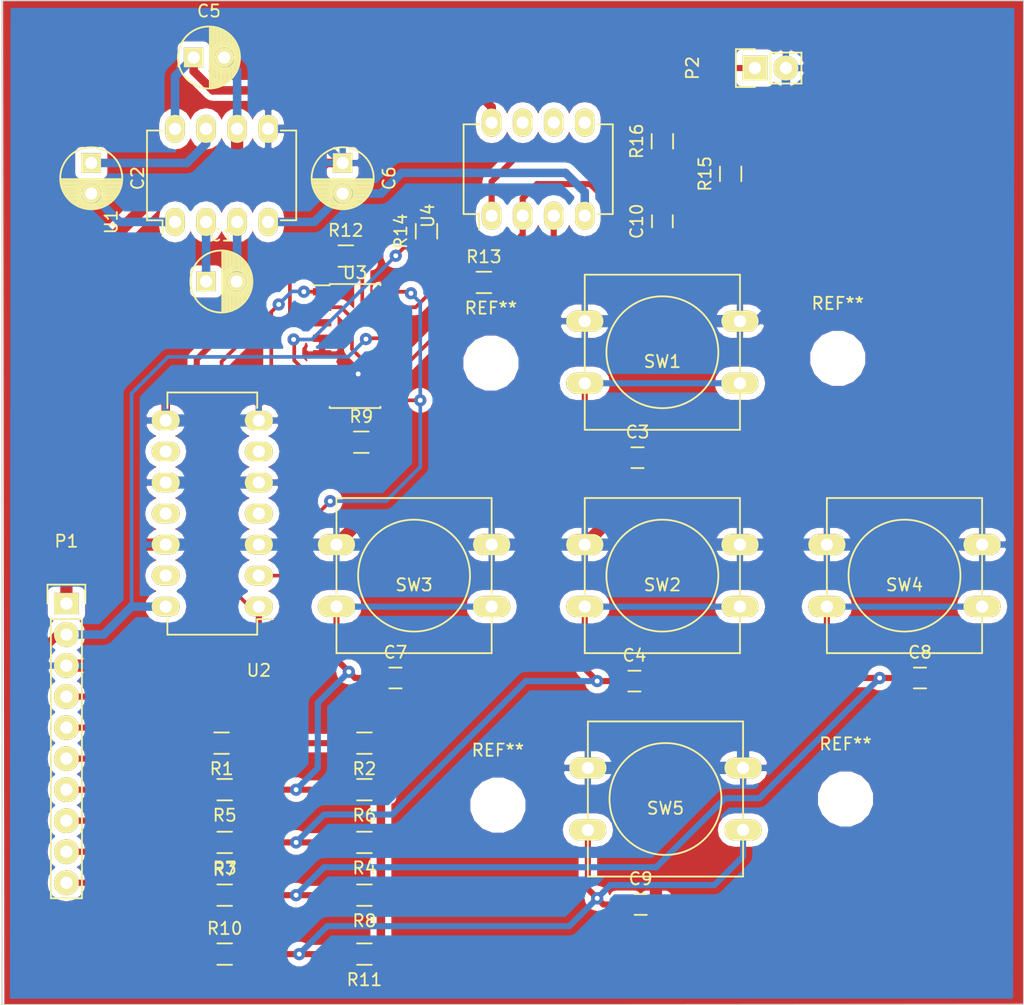
<source format=kicad_pcb>
(kicad_pcb (version 4) (host pcbnew 4.0.2-stable)
  (layers (0 F.Cu signal) (31 B.Cu signal) (34 B.Paste user) (35 F.Paste user) (36 B.SilkS user) (37 F.SilkS user) (38 B.Mask user) (39 F.Mask user) (44 Edge.Cuts user))
  (net 0 "")
  (net 1 "Net-(C1-Pad1)")
  (net 2 "Net-(C1-Pad2)")
  (net 3 "Net-(C2-Pad1)")
  (net 4 "Net-(C2-Pad2)")
  (net 5 "Net-(C3-Pad1)")
  (net 6 GND)
  (net 7 "Net-(C4-Pad1)")
  (net 8 10V)
  (net 9 +5V)
  (net 10 -10V)
  (net 11 "Net-(C7-Pad1)")
  (net 12 "Net-(C8-Pad1)")
  (net 13 "Net-(C9-Pad1)")
  (net 14 "Net-(C10-Pad1)")
  (net 15 "Net-(C10-Pad2)")
  (net 16 +3V3)
  (net 17 DAC)
  (net 18 GPIO5)
  (net 19 GPIO0)
  (net 20 GPIO1)
  (net 21 GPIO2)
  (net 22 GPIO3)
  (net 23 GPIO4)
  (net 24 "Net-(P2-Pad1)")
  (net 25 "Net-(R9-Pad1)")
  (net 26 "Net-(R12-Pad2)")
  (net 27 "Net-(R13-Pad1)")
  (net 28 "Net-(R13-Pad2)")
  (net 29 "Net-(R14-Pad1)")
  (net 30 "Net-(U2-Pad2)")
  (net 31 "Net-(U2-Pad4)")
  (net 32 "Net-(U2-Pad6)")
  (net 33 "Net-(U2-Pad9)")
  (net 34 "Net-(U2-Pad11)")
  (net 35 "Net-(U2-Pad13)")
  (module Capacitors_ThroughHole:C_Radial_D5_L11_P2.5 (layer F.Cu) (at 174.498 75.9968)
    (fp_text reference C1 (at 1.25 -3.8) (layer F.SilkS))
    (fp_text value 22uf)
    (pad 1 thru_hole rect (at 0 0) (size 1.6 1.6) (drill 1) (layers *.Cu *.Mask F.SilkS) (net 1 "Net-(C1-Pad1)"))
    (pad 2 thru_hole circle (at 2.5 0) (size 1.6 1.6) (drill 1) (layers *.Cu *.Mask F.SilkS) (net 2 "Net-(C1-Pad2)"))
  )
  (module Capacitors_ThroughHole:C_Radial_D5_L11_P2.5 (layer F.Cu) (at 165.1 66.294 270)
    (fp_text reference C2 (at 1.25 -3.8 270) (layer F.SilkS))
    (fp_text value 22uF)
    (pad 1 thru_hole rect (at 0 0 270) (size 1.6 1.6) (drill 1) (layers *.Cu *.Mask F.SilkS) (net 3 "Net-(C2-Pad1)"))
    (pad 2 thru_hole circle (at 2.5 0 270) (size 1.6 1.6) (drill 1) (layers *.Cu *.Mask F.SilkS) (net 4 "Net-(C2-Pad2)"))
  )
  (module Capacitors_SMD:C_0805_HandSoldering (layer F.Cu) (at 209.804 90.424)
    (fp_text reference C3 (at 0 -2.1) (layer F.SilkS))
    (fp_text value 100nF)
    (pad 1 smd rect (at -1.25 0) (size 1.5 1.25) (layers F.Cu F.Paste F.Mask) (net 5 "Net-(C3-Pad1)"))
    (pad 2 smd rect (at 1.25 0) (size 1.5 1.25) (layers F.Cu F.Paste F.Mask) (net 6 GND))
  )
  (module Capacitors_SMD:C_0805_HandSoldering (layer F.Cu) (at 209.55 108.712)
    (fp_text reference C4 (at 0 -2.1) (layer F.SilkS))
    (fp_text value 100nF)
    (pad 1 smd rect (at -1.25 0) (size 1.5 1.25) (layers F.Cu F.Paste F.Mask) (net 7 "Net-(C4-Pad1)"))
    (pad 2 smd rect (at 1.25 0) (size 1.5 1.25) (layers F.Cu F.Paste F.Mask) (net 6 GND))
  )
  (module Capacitors_ThroughHole:C_Radial_D5_L11_P2.5 (layer F.Cu) (at 173.482 57.658)
    (fp_text reference C5 (at 1.25 -3.8) (layer F.SilkS))
    (fp_text value 22uF)
    (pad 1 thru_hole rect (at 0 0) (size 1.6 1.6) (drill 1) (layers *.Cu *.Mask F.SilkS) (net 8 10V))
    (pad 2 thru_hole circle (at 2.5 0) (size 1.6 1.6) (drill 1) (layers *.Cu *.Mask F.SilkS) (net 9 +5V))
  )
  (module Capacitors_ThroughHole:C_Radial_D5_L11_P2.5 (layer F.Cu) (at 185.674 66.294 270)
    (fp_text reference C6 (at 1.25 -3.8 270) (layer F.SilkS))
    (fp_text value 22uF)
    (pad 1 thru_hole rect (at 0 0 270) (size 1.6 1.6) (drill 1) (layers *.Cu *.Mask F.SilkS) (net 6 GND))
    (pad 2 thru_hole circle (at 2.5 0 270) (size 1.6 1.6) (drill 1) (layers *.Cu *.Mask F.SilkS) (net 10 -10V))
  )
  (module Capacitors_SMD:C_0805_HandSoldering (layer F.Cu) (at 189.992 108.458)
    (fp_text reference C7 (at 0 -2.1) (layer F.SilkS))
    (fp_text value 100nF)
    (pad 1 smd rect (at -1.25 0) (size 1.5 1.25) (layers F.Cu F.Paste F.Mask) (net 11 "Net-(C7-Pad1)"))
    (pad 2 smd rect (at 1.25 0) (size 1.5 1.25) (layers F.Cu F.Paste F.Mask) (net 6 GND))
  )
  (module Capacitors_SMD:C_0805_HandSoldering (layer F.Cu) (at 232.918 108.458)
    (fp_text reference C8 (at 0 -2.1) (layer F.SilkS))
    (fp_text value 100nF)
    (pad 1 smd rect (at -1.25 0) (size 1.5 1.25) (layers F.Cu F.Paste F.Mask) (net 12 "Net-(C8-Pad1)"))
    (pad 2 smd rect (at 1.25 0) (size 1.5 1.25) (layers F.Cu F.Paste F.Mask) (net 6 GND))
  )
  (module Capacitors_SMD:C_0805_HandSoldering (layer F.Cu) (at 210.058 127)
    (fp_text reference C9 (at 0 -2.1) (layer F.SilkS))
    (fp_text value 100nF)
    (pad 1 smd rect (at -1.25 0) (size 1.5 1.25) (layers F.Cu F.Paste F.Mask) (net 13 "Net-(C9-Pad1)"))
    (pad 2 smd rect (at 1.25 0) (size 1.5 1.25) (layers F.Cu F.Paste F.Mask) (net 6 GND))
  )
  (module Capacitors_SMD:C_0805_HandSoldering (layer F.Cu) (at 211.836 71.0692 90)
    (fp_text reference C10 (at 0 -2.1 90) (layer F.SilkS))
    (fp_text value C)
    (pad 1 smd rect (at -1.25 0 90) (size 1.5 1.25) (layers F.Cu F.Paste F.Mask) (net 14 "Net-(C10-Pad1)"))
    (pad 2 smd rect (at 1.25 0 90) (size 1.5 1.25) (layers F.Cu F.Paste F.Mask) (net 15 "Net-(C10-Pad2)"))
  )
  (module Pin_Headers:Pin_Header_Straight_1x10 (layer F.Cu) (at 163.068 102.362)
    (fp_text reference P1 (at 0 -5.1) (layer F.SilkS))
    (fp_text value CONN_Entrada)
    (pad 1 thru_hole rect (at 0 0) (size 2.032 1.7272) (drill 1) (layers *.Cu *.Mask F.SilkS) (net 9 +5V))
    (pad 2 thru_hole oval (at 0 2.54) (size 2.032 2.032) (drill 1) (layers *.Cu *.Mask F.SilkS) (net 16 +3V3))
    (pad 3 thru_hole oval (at 0 5.08) (size 2.032 2.032) (drill 1) (layers *.Cu *.Mask F.SilkS) (net 6 GND))
    (pad 4 thru_hole oval (at 0 7.62) (size 2.032 2.032) (drill 1) (layers *.Cu *.Mask F.SilkS) (net 17 DAC))
    (pad 5 thru_hole oval (at 0 10.16) (size 2.032 2.032) (drill 1) (layers *.Cu *.Mask F.SilkS) (net 18 GPIO5))
    (pad 6 thru_hole oval (at 0 12.7) (size 2.032 2.032) (drill 1) (layers *.Cu *.Mask F.SilkS) (net 19 GPIO0))
    (pad 7 thru_hole oval (at 0 15.24) (size 2.032 2.032) (drill 1) (layers *.Cu *.Mask F.SilkS) (net 20 GPIO1))
    (pad 8 thru_hole oval (at 0 17.78) (size 2.032 2.032) (drill 1) (layers *.Cu *.Mask F.SilkS) (net 21 GPIO2))
    (pad 9 thru_hole oval (at 0 20.32) (size 2.032 2.032) (drill 1) (layers *.Cu *.Mask F.SilkS) (net 22 GPIO3))
    (pad 10 thru_hole oval (at 0 22.86) (size 2.032 2.032) (drill 1) (layers *.Cu *.Mask F.SilkS) (net 23 GPIO4))
  )
  (module Pin_Headers:Pin_Header_Straight_1x02 (layer F.Cu) (at 219.4052 58.5216 90)
    (fp_text reference P2 (at 0 -5.1 90) (layer F.SilkS))
    (fp_text value CONN_01X02)
    (pad 1 thru_hole rect (at 0 0 90) (size 2.032 2.032) (drill 1) (layers *.Cu *.Mask F.SilkS) (net 24 "Net-(P2-Pad1)"))
    (pad 2 thru_hole oval (at 0 2.54 90) (size 2.032 2.032) (drill 1) (layers *.Cu *.Mask F.SilkS) (net 6 GND))
  )
  (module Resistors_SMD:R_0805_HandSoldering (layer F.Cu) (at 175.768 113.792 180)
    (fp_text reference R1 (at 0 -2.1 180) (layer F.SilkS))
    (fp_text value 1K)
    (pad 1 smd rect (at -1.35 0 180) (size 1.5 1.3) (layers F.Cu F.Paste F.Mask) (net 5 "Net-(C3-Pad1)"))
    (pad 2 smd rect (at 1.35 0 180) (size 1.5 1.3) (layers F.Cu F.Paste F.Mask) (net 19 GPIO0))
  )
  (module Resistors_SMD:R_0805_HandSoldering (layer F.Cu) (at 187.452 113.792 180)
    (fp_text reference R2 (at 0 -2.1 180) (layer F.SilkS))
    (fp_text value 10K)
    (pad 1 smd rect (at -1.35 0 180) (size 1.5 1.3) (layers F.Cu F.Paste F.Mask) (net 16 +3V3))
    (pad 2 smd rect (at 1.35 0 180) (size 1.5 1.3) (layers F.Cu F.Paste F.Mask) (net 5 "Net-(C3-Pad1)"))
  )
  (module Resistors_SMD:R_0805_HandSoldering (layer F.Cu) (at 176.022 121.92 180)
    (fp_text reference R3 (at 0 -2.1 180) (layer F.SilkS))
    (fp_text value 1K)
    (pad 1 smd rect (at -1.35 0 180) (size 1.5 1.3) (layers F.Cu F.Paste F.Mask) (net 7 "Net-(C4-Pad1)"))
    (pad 2 smd rect (at 1.35 0 180) (size 1.5 1.3) (layers F.Cu F.Paste F.Mask) (net 21 GPIO2))
  )
  (module Resistors_SMD:R_0805_HandSoldering (layer F.Cu) (at 187.452 121.92 180)
    (fp_text reference R4 (at 0 -2.1 180) (layer F.SilkS))
    (fp_text value 10K)
    (pad 1 smd rect (at -1.35 0 180) (size 1.5 1.3) (layers F.Cu F.Paste F.Mask) (net 16 +3V3))
    (pad 2 smd rect (at 1.35 0 180) (size 1.5 1.3) (layers F.Cu F.Paste F.Mask) (net 7 "Net-(C4-Pad1)"))
  )
  (module Resistors_SMD:R_0805_HandSoldering (layer F.Cu) (at 176.022 117.602 180)
    (fp_text reference R5 (at 0 -2.1 180) (layer F.SilkS))
    (fp_text value 1K)
    (pad 1 smd rect (at -1.35 0 180) (size 1.5 1.3) (layers F.Cu F.Paste F.Mask) (net 11 "Net-(C7-Pad1)"))
    (pad 2 smd rect (at 1.35 0 180) (size 1.5 1.3) (layers F.Cu F.Paste F.Mask) (net 20 GPIO1))
  )
  (module Resistors_SMD:R_0805_HandSoldering (layer F.Cu) (at 187.452 117.602 180)
    (fp_text reference R6 (at 0 -2.1 180) (layer F.SilkS))
    (fp_text value 10K)
    (pad 1 smd rect (at -1.35 0 180) (size 1.5 1.3) (layers F.Cu F.Paste F.Mask) (net 16 +3V3))
    (pad 2 smd rect (at 1.35 0 180) (size 1.5 1.3) (layers F.Cu F.Paste F.Mask) (net 11 "Net-(C7-Pad1)"))
  )
  (module Resistors_SMD:R_0805_HandSoldering (layer F.Cu) (at 176.022 126.238)
    (fp_text reference R7 (at 0 -2.1) (layer F.SilkS))
    (fp_text value 1K)
    (pad 1 smd rect (at -1.35 0) (size 1.5 1.3) (layers F.Cu F.Paste F.Mask) (net 22 GPIO3))
    (pad 2 smd rect (at 1.35 0) (size 1.5 1.3) (layers F.Cu F.Paste F.Mask) (net 12 "Net-(C8-Pad1)"))
  )
  (module Resistors_SMD:R_0805_HandSoldering (layer F.Cu) (at 187.452 126.238 180)
    (fp_text reference R8 (at 0 -2.1 180) (layer F.SilkS))
    (fp_text value 10K)
    (pad 1 smd rect (at -1.35 0 180) (size 1.5 1.3) (layers F.Cu F.Paste F.Mask) (net 16 +3V3))
    (pad 2 smd rect (at 1.35 0 180) (size 1.5 1.3) (layers F.Cu F.Paste F.Mask) (net 12 "Net-(C8-Pad1)"))
  )
  (module Resistors_SMD:R_0805_HandSoldering (layer F.Cu) (at 187.198 89.154)
    (fp_text reference R9 (at 0 -2.1) (layer F.SilkS))
    (fp_text value R)
    (pad 1 smd rect (at -1.35 0) (size 1.5 1.3) (layers F.Cu F.Paste F.Mask) (net 25 "Net-(R9-Pad1)"))
    (pad 2 smd rect (at 1.35 0) (size 1.5 1.3) (layers F.Cu F.Paste F.Mask) (net 6 GND))
  )
  (module Resistors_SMD:R_0805_HandSoldering (layer F.Cu) (at 176.022 131.064)
    (fp_text reference R10 (at 0 -2.1) (layer F.SilkS))
    (fp_text value 1K)
    (pad 1 smd rect (at -1.35 0) (size 1.5 1.3) (layers F.Cu F.Paste F.Mask) (net 23 GPIO4))
    (pad 2 smd rect (at 1.35 0) (size 1.5 1.3) (layers F.Cu F.Paste F.Mask) (net 13 "Net-(C9-Pad1)"))
  )
  (module Resistors_SMD:R_0805_HandSoldering (layer F.Cu) (at 187.452 131.064 180)
    (fp_text reference R11 (at 0 -2.1 180) (layer F.SilkS))
    (fp_text value 10K)
    (pad 1 smd rect (at -1.35 0 180) (size 1.5 1.3) (layers F.Cu F.Paste F.Mask) (net 16 +3V3))
    (pad 2 smd rect (at 1.35 0 180) (size 1.5 1.3) (layers F.Cu F.Paste F.Mask) (net 13 "Net-(C9-Pad1)"))
  )
  (module Resistors_SMD:R_0805_HandSoldering (layer F.Cu) (at 185.928 73.914)
    (fp_text reference R12 (at 0 -2.1) (layer F.SilkS))
    (fp_text value R)
    (pad 1 smd rect (at -1.35 0) (size 1.5 1.3) (layers F.Cu F.Paste F.Mask) (net 17 DAC))
    (pad 2 smd rect (at 1.35 0) (size 1.5 1.3) (layers F.Cu F.Paste F.Mask) (net 26 "Net-(R12-Pad2)"))
  )
  (module Resistors_SMD:R_0805_HandSoldering (layer F.Cu) (at 197.231 76.073)
    (fp_text reference R13 (at 0 -2.1) (layer F.SilkS))
    (fp_text value R)
    (pad 1 smd rect (at -1.35 0) (size 1.5 1.3) (layers F.Cu F.Paste F.Mask) (net 27 "Net-(R13-Pad1)"))
    (pad 2 smd rect (at 1.35 0) (size 1.5 1.3) (layers F.Cu F.Paste F.Mask) (net 28 "Net-(R13-Pad2)"))
  )
  (module Resistors_SMD:R_0805_HandSoldering (layer F.Cu) (at 192.532 71.882 90)
    (fp_text reference R14 (at 0 -2.1 90) (layer F.SilkS))
    (fp_text value R)
    (pad 1 smd rect (at -1.35 0 90) (size 1.5 1.3) (layers F.Cu F.Paste F.Mask) (net 29 "Net-(R14-Pad1)"))
    (pad 2 smd rect (at 1.35 0 90) (size 1.5 1.3) (layers F.Cu F.Paste F.Mask) (net 14 "Net-(C10-Pad1)"))
  )
  (module Resistors_SMD:R_0805_HandSoldering (layer F.Cu) (at 217.424 67.183 90)
    (fp_text reference R15 (at 0 -2.1 90) (layer F.SilkS))
    (fp_text value R)
    (pad 1 smd rect (at -1.35 0 90) (size 1.5 1.3) (layers F.Cu F.Paste F.Mask) (net 14 "Net-(C10-Pad1)"))
    (pad 2 smd rect (at 1.35 0 90) (size 1.5 1.3) (layers F.Cu F.Paste F.Mask) (net 15 "Net-(C10-Pad2)"))
  )
  (module Resistors_SMD:R_0805_HandSoldering (layer F.Cu) (at 211.836 64.516 90)
    (fp_text reference R16 (at 0 -2.1 90) (layer F.SilkS))
    (fp_text value R)
    (pad 1 smd rect (at -1.35 0 90) (size 1.5 1.3) (layers F.Cu F.Paste F.Mask) (net 15 "Net-(C10-Pad2)"))
    (pad 2 smd rect (at 1.35 0 90) (size 1.5 1.3) (layers F.Cu F.Paste F.Mask) (net 24 "Net-(P2-Pad1)"))
  )
  (module Buttons_Switches_ThroughHole:SW_PUSH-12mm (layer F.Cu) (at 211.836 81.788 180)
    (fp_text reference SW1 (at 0 -0.762 180) (layer F.SilkS))
    (fp_text value SW_PUSH)
    (pad 1 thru_hole oval (at 6.35 -2.54 180) (size 3.048 1.7272) (drill 1) (layers *.Cu *.Mask F.SilkS) (net 5 "Net-(C3-Pad1)"))
    (pad 2 thru_hole oval (at 6.35 2.54 180) (size 3.048 1.7272) (drill 1) (layers *.Cu *.Mask F.SilkS) (net 6 GND))
    (pad 1 thru_hole oval (at -6.35 -2.54 180) (size 3.048 1.7272) (drill 1) (layers *.Cu *.Mask F.SilkS) (net 5 "Net-(C3-Pad1)"))
    (pad 2 thru_hole oval (at -6.35 2.54 180) (size 3.048 1.7272) (drill 1) (layers *.Cu *.Mask F.SilkS) (net 6 GND))
  )
  (module Buttons_Switches_ThroughHole:SW_PUSH-12mm (layer F.Cu) (at 211.836 100.076 180)
    (fp_text reference SW2 (at 0 -0.762 180) (layer F.SilkS))
    (fp_text value SW_PUSH)
    (pad 1 thru_hole oval (at 6.35 -2.54 180) (size 3.048 1.7272) (drill 1) (layers *.Cu *.Mask F.SilkS) (net 7 "Net-(C4-Pad1)"))
    (pad 2 thru_hole oval (at 6.35 2.54 180) (size 3.048 1.7272) (drill 1) (layers *.Cu *.Mask F.SilkS) (net 6 GND))
    (pad 1 thru_hole oval (at -6.35 -2.54 180) (size 3.048 1.7272) (drill 1) (layers *.Cu *.Mask F.SilkS) (net 7 "Net-(C4-Pad1)"))
    (pad 2 thru_hole oval (at -6.35 2.54 180) (size 3.048 1.7272) (drill 1) (layers *.Cu *.Mask F.SilkS) (net 6 GND))
  )
  (module Buttons_Switches_ThroughHole:SW_PUSH-12mm (layer F.Cu) (at 191.516 100.076 180)
    (fp_text reference SW3 (at 0 -0.762 180) (layer F.SilkS))
    (fp_text value SW_PUSH)
    (pad 1 thru_hole oval (at 6.35 -2.54 180) (size 3.048 1.7272) (drill 1) (layers *.Cu *.Mask F.SilkS) (net 11 "Net-(C7-Pad1)"))
    (pad 2 thru_hole oval (at 6.35 2.54 180) (size 3.048 1.7272) (drill 1) (layers *.Cu *.Mask F.SilkS) (net 6 GND))
    (pad 1 thru_hole oval (at -6.35 -2.54 180) (size 3.048 1.7272) (drill 1) (layers *.Cu *.Mask F.SilkS) (net 11 "Net-(C7-Pad1)"))
    (pad 2 thru_hole oval (at -6.35 2.54 180) (size 3.048 1.7272) (drill 1) (layers *.Cu *.Mask F.SilkS) (net 6 GND))
  )
  (module Buttons_Switches_ThroughHole:SW_PUSH-12mm (layer F.Cu) (at 231.648 100.076 180)
    (fp_text reference SW4 (at 0 -0.762 180) (layer F.SilkS))
    (fp_text value SW_PUSH)
    (pad 1 thru_hole oval (at 6.35 -2.54 180) (size 3.048 1.7272) (drill 1) (layers *.Cu *.Mask F.SilkS) (net 12 "Net-(C8-Pad1)"))
    (pad 2 thru_hole oval (at 6.35 2.54 180) (size 3.048 1.7272) (drill 1) (layers *.Cu *.Mask F.SilkS) (net 6 GND))
    (pad 1 thru_hole oval (at -6.35 -2.54 180) (size 3.048 1.7272) (drill 1) (layers *.Cu *.Mask F.SilkS) (net 12 "Net-(C8-Pad1)"))
    (pad 2 thru_hole oval (at -6.35 2.54 180) (size 3.048 1.7272) (drill 1) (layers *.Cu *.Mask F.SilkS) (net 6 GND))
  )
  (module Buttons_Switches_ThroughHole:SW_PUSH-12mm (layer F.Cu) (at 212.09 118.364 180)
    (fp_text reference SW5 (at 0 -0.762 180) (layer F.SilkS))
    (fp_text value SW_PUSH)
    (pad 1 thru_hole oval (at 6.35 -2.54 180) (size 3.048 1.7272) (drill 1) (layers *.Cu *.Mask F.SilkS) (net 13 "Net-(C9-Pad1)"))
    (pad 2 thru_hole oval (at 6.35 2.54 180) (size 3.048 1.7272) (drill 1) (layers *.Cu *.Mask F.SilkS) (net 6 GND))
    (pad 1 thru_hole oval (at -6.35 -2.54 180) (size 3.048 1.7272) (drill 1) (layers *.Cu *.Mask F.SilkS) (net 13 "Net-(C9-Pad1)"))
    (pad 2 thru_hole oval (at -6.35 2.54 180) (size 3.048 1.7272) (drill 1) (layers *.Cu *.Mask F.SilkS) (net 6 GND))
  )
  (module Housings_DIP:DIP-8_W7.62mm_LongPads (layer F.Cu) (at 171.958 71.12 90)
    (fp_text reference U1 (at 0 -5.22 90) (layer F.SilkS))
    (fp_text value MAX680)
    (pad 1 thru_hole oval (at 0 0 90) (size 2.3 1.6) (drill 1) (layers *.Cu *.Mask F.SilkS) (net 4 "Net-(C2-Pad2)"))
    (pad 2 thru_hole oval (at 0 2.54 90) (size 2.3 1.6) (drill 1) (layers *.Cu *.Mask F.SilkS) (net 1 "Net-(C1-Pad1)"))
    (pad 3 thru_hole oval (at 0 5.08 90) (size 2.3 1.6) (drill 1) (layers *.Cu *.Mask F.SilkS) (net 2 "Net-(C1-Pad2)"))
    (pad 4 thru_hole oval (at 0 7.62 90) (size 2.3 1.6) (drill 1) (layers *.Cu *.Mask F.SilkS) (net 10 -10V))
    (pad 5 thru_hole oval (at 7.62 7.62 90) (size 2.3 1.6) (drill 1) (layers *.Cu *.Mask F.SilkS) (net 6 GND))
    (pad 6 thru_hole oval (at 7.62 5.08 90) (size 2.3 1.6) (drill 1) (layers *.Cu *.Mask F.SilkS) (net 9 +5V))
    (pad 7 thru_hole oval (at 7.62 2.54 90) (size 2.3 1.6) (drill 1) (layers *.Cu *.Mask F.SilkS) (net 3 "Net-(C2-Pad1)"))
    (pad 8 thru_hole oval (at 7.62 0 90) (size 2.3 1.6) (drill 1) (layers *.Cu *.Mask F.SilkS) (net 8 10V))
  )
  (module Housings_DIP:DIP-14_W7.62mm_LongPads (layer F.Cu) (at 178.816 102.616 180)
    (fp_text reference U2 (at 0 -5.22 180) (layer F.SilkS))
    (fp_text value CD4069)
    (pad 1 thru_hole oval (at 0 0 180) (size 2.3 1.6) (drill 1) (layers *.Cu *.Mask F.SilkS) (net 18 GPIO5))
    (pad 2 thru_hole oval (at 0 2.54 180) (size 2.3 1.6) (drill 1) (layers *.Cu *.Mask F.SilkS) (net 30 "Net-(U2-Pad2)"))
    (pad 3 thru_hole oval (at 0 5.08 180) (size 2.3 1.6) (drill 1) (layers *.Cu *.Mask F.SilkS) (net 6 GND))
    (pad 4 thru_hole oval (at 0 7.62 180) (size 2.3 1.6) (drill 1) (layers *.Cu *.Mask F.SilkS) (net 31 "Net-(U2-Pad4)"))
    (pad 5 thru_hole oval (at 0 10.16 180) (size 2.3 1.6) (drill 1) (layers *.Cu *.Mask F.SilkS) (net 6 GND))
    (pad 6 thru_hole oval (at 0 12.7 180) (size 2.3 1.6) (drill 1) (layers *.Cu *.Mask F.SilkS) (net 32 "Net-(U2-Pad6)"))
    (pad 7 thru_hole oval (at 0 15.24 180) (size 2.3 1.6) (drill 1) (layers *.Cu *.Mask F.SilkS) (net 6 GND))
    (pad 8 thru_hole oval (at 7.62 15.24 180) (size 2.3 1.6) (drill 1) (layers *.Cu *.Mask F.SilkS) (net 6 GND))
    (pad 9 thru_hole oval (at 7.62 12.7 180) (size 2.3 1.6) (drill 1) (layers *.Cu *.Mask F.SilkS) (net 33 "Net-(U2-Pad9)"))
    (pad 10 thru_hole oval (at 7.62 10.16 180) (size 2.3 1.6) (drill 1) (layers *.Cu *.Mask F.SilkS) (net 6 GND))
    (pad 11 thru_hole oval (at 7.62 7.62 180) (size 2.3 1.6) (drill 1) (layers *.Cu *.Mask F.SilkS) (net 34 "Net-(U2-Pad11)"))
    (pad 12 thru_hole oval (at 7.62 5.08 180) (size 2.3 1.6) (drill 1) (layers *.Cu *.Mask F.SilkS) (net 6 GND))
    (pad 13 thru_hole oval (at 7.62 2.54 180) (size 2.3 1.6) (drill 1) (layers *.Cu *.Mask F.SilkS) (net 35 "Net-(U2-Pad13)"))
    (pad 14 thru_hole oval (at 7.62 0 180) (size 2.3 1.6) (drill 1) (layers *.Cu *.Mask F.SilkS) (net 16 +3V3))
  )
  (module Housings_SOIC:SOIC-16_3.9x9.9mm_Pitch1.27mm (layer F.Cu) (at 186.69 81.28)
    (fp_text reference U3 (at 0 -6) (layer F.SilkS))
    (fp_text value ADG452)
    (pad 1 smd rect (at -2.7 -4.445) (size 1.5 0.6) (layers F.Cu F.Paste F.Mask) (net 18 GPIO5))
    (pad 2 smd rect (at -2.7 -3.175) (size 1.5 0.6) (layers F.Cu F.Paste F.Mask) (net 27 "Net-(R13-Pad1)"))
    (pad 3 smd rect (at -2.7 -1.905) (size 1.5 0.6) (layers F.Cu F.Paste F.Mask) (net 17 DAC))
    (pad 4 smd rect (at -2.7 -0.635) (size 1.5 0.6) (layers F.Cu F.Paste F.Mask) (net 6 GND))
    (pad 5 smd rect (at -2.7 0.635) (size 1.5 0.6) (layers F.Cu F.Paste F.Mask) (net 6 GND))
    (pad 6 smd rect (at -2.7 1.905) (size 1.5 0.6) (layers F.Cu F.Paste F.Mask) (net 29 "Net-(R14-Pad1)"))
    (pad 7 smd rect (at -2.7 3.175) (size 1.5 0.6) (layers F.Cu F.Paste F.Mask) (net 25 "Net-(R9-Pad1)"))
    (pad 8 smd rect (at -2.7 4.445) (size 1.5 0.6) (layers F.Cu F.Paste F.Mask) (net 18 GPIO5))
    (pad 9 smd rect (at 2.7 4.445) (size 1.5 0.6) (layers F.Cu F.Paste F.Mask) (net 30 "Net-(U2-Pad2)"))
    (pad 10 smd rect (at 2.7 3.175) (size 1.5 0.6) (layers F.Cu F.Paste F.Mask) (net 6 GND))
    (pad 11 smd rect (at 2.7 1.905) (size 1.5 0.6) (layers F.Cu F.Paste F.Mask) (net 27 "Net-(R13-Pad1)"))
    (pad 12 smd rect (at 2.7 0.635) (size 1.5 0.6) (layers F.Cu F.Paste F.Mask) (net 16 +3V3))
    (pad 13 smd rect (at 2.7 -0.635) (size 1.5 0.6) (layers F.Cu F.Paste F.Mask) (net 16 +3V3))
    (pad 14 smd rect (at 2.7 -1.905) (size 1.5 0.6) (layers F.Cu F.Paste F.Mask) (net 26 "Net-(R12-Pad2)"))
    (pad 15 smd rect (at 2.7 -3.175) (size 1.5 0.6) (layers F.Cu F.Paste F.Mask) (net 29 "Net-(R14-Pad1)"))
    (pad 16 smd rect (at 2.7 -4.445) (size 1.5 0.6) (layers F.Cu F.Paste F.Mask) (net 30 "Net-(U2-Pad2)"))
  )
  (module Housings_DIP:DIP-8_W7.62mm_LongPads (layer F.Cu) (at 197.866 70.612 90)
    (fp_text reference U4 (at 0 -5.22 90) (layer F.SilkS))
    (fp_text value TL072)
    (pad 1 thru_hole oval (at 0 0 90) (size 2.3 1.6) (drill 1) (layers *.Cu *.Mask F.SilkS) (net 15 "Net-(C10-Pad2)"))
    (pad 2 thru_hole oval (at 0 2.54 90) (size 2.3 1.6) (drill 1) (layers *.Cu *.Mask F.SilkS) (net 14 "Net-(C10-Pad1)"))
    (pad 3 thru_hole oval (at 0 5.08 90) (size 2.3 1.6) (drill 1) (layers *.Cu *.Mask F.SilkS) (net 28 "Net-(R13-Pad2)"))
    (pad 4 thru_hole oval (at 0 7.62 90) (size 2.3 1.6) (drill 1) (layers *.Cu *.Mask F.SilkS) (net 10 -10V))
    (pad 5 thru_hole oval (at 7.62 7.62 90) (size 2.3 1.6) (drill 1) (layers *.Cu *.Mask F.SilkS))
    (pad 6 thru_hole oval (at 7.62 5.08 90) (size 2.3 1.6) (drill 1) (layers *.Cu *.Mask F.SilkS))
    (pad 7 thru_hole oval (at 7.62 2.54 90) (size 2.3 1.6) (drill 1) (layers *.Cu *.Mask F.SilkS))
    (pad 8 thru_hole oval (at 7.62 0 90) (size 2.3 1.6) (drill 1) (layers *.Cu *.Mask F.SilkS) (net 8 10V))
  )
  (module Mounting_Holes:MountingHole_3.5mm (layer F.Cu) (at 197.8025 82.677)
    (fp_text reference REF** (at 0 -4.5) (layer F.SilkS))
    (fp_text value MountingHole_3.5mm hide)
    (pad 1 np_thru_hole circle (at 0 0) (size 3.5 3.5) (drill 3.5) (layers *.Cu *.Mask F.SilkS))
  )
  (module Mounting_Holes:MountingHole_3.5mm (layer F.Cu) (at 226.187 82.296)
    (fp_text reference REF** (at 0 -4.5) (layer F.SilkS))
    (fp_text value MountingHole_3.5mm)
    (pad 1 np_thru_hole circle (at 0 0) (size 3.5 3.5) (drill 3.5) (layers *.Cu *.Mask F.SilkS))
  )
  (module Mounting_Holes:MountingHole_3.5mm (layer F.Cu) (at 198.374 118.872)
    (fp_text reference REF** (at 0 -4.5) (layer F.SilkS))
    (fp_text value MountingHole_3.5mm)
    (pad 1 np_thru_hole circle (at 0 0) (size 3.5 3.5) (drill 3.5) (layers *.Cu *.Mask F.SilkS))
  )
  (module Mounting_Holes:MountingHole_3.5mm (layer F.Cu) (at 226.822 118.364)
    (fp_text reference REF** (at 0 -4.5) (layer F.SilkS))
    (fp_text value MountingHole_3.5mm)
    (pad 1 np_thru_hole circle (at 0 0) (size 3.5 3.5) (drill 3.5) (layers *.Cu *.Mask F.SilkS))
  )
  (gr_line (start 157.8 135.2) (end 158 135.2) (angle 90) (layer Edge.Cuts) (width 0.1))
  (gr_line (start 157.8 53) (end 157.8 135.2) (angle 90) (layer Edge.Cuts) (width 0.1))
  (gr_line (start 241.4 53) (end 157.8 53) (angle 90) (layer Edge.Cuts) (width 0.1))
  (gr_line (start 241.4 135.2) (end 241.4 53) (angle 90) (layer Edge.Cuts) (width 0.1))
  (gr_line (start 158 135.2) (end 241.4 135.2) (angle 90) (layer Edge.Cuts) (width 0.1))
  (segment (start 174.498 71.12) (end 174.498 75.9968) (width 0.7) (layer B.Cu) (net 1))
  (segment (start 177.038 71.12) (end 177.038 75.9568) (width 0.7) (layer B.Cu) (net 2))
  (segment (start 177.038 75.9568) (end 176.998 75.9968) (width 0.7) (layer B.Cu) (net 2))
  (segment (start 174.498 63.5) (end 174.498 64.7192) (width 0.7) (layer B.Cu) (net 3))
  (segment (start 172.9232 66.294) (end 165.1 66.294) (width 0.7) (layer B.Cu) (net 3))
  (segment (start 174.498 64.7192) (end 172.9232 66.294) (width 0.7) (layer B.Cu) (net 3))
  (segment (start 171.958 71.12) (end 167.426 71.12) (width 0.7) (layer B.Cu) (net 4))
  (segment (start 167.426 71.12) (end 165.1 68.794) (width 0.7) (layer B.Cu) (net 4))
  (segment (start 205.486 84.328) (end 218.186 84.328) (width 0.5) (layer B.Cu) (net 5))
  (segment (start 186.102 113.792) (end 186.102 112.602) (width 0.5) (layer F.Cu) (net 5))
  (segment (start 201.93 94.234) (end 206.248 89.916) (width 0.5) (layer F.Cu) (net 5))
  (segment (start 201.93 103.886) (end 201.93 94.234) (width 0.5) (layer F.Cu) (net 5))
  (segment (start 194.818 110.998) (end 201.93 103.886) (width 0.5) (layer F.Cu) (net 5))
  (segment (start 187.706 110.998) (end 194.818 110.998) (width 0.5) (layer F.Cu) (net 5))
  (segment (start 186.102 112.602) (end 187.706 110.998) (width 0.5) (layer F.Cu) (net 5))
  (segment (start 205.486 84.328) (end 205.486 89.154) (width 0.5) (layer F.Cu) (net 5))
  (segment (start 205.486 89.154) (end 206.248 89.916) (width 0.5) (layer F.Cu) (net 5))
  (segment (start 206.756 90.424) (end 208.554 90.424) (width 0.5) (layer F.Cu) (net 5))
  (segment (start 206.248 89.916) (end 206.756 90.424) (width 0.5) (layer F.Cu) (net 5))
  (segment (start 177.118 113.792) (end 186.102 113.792) (width 0.5) (layer F.Cu) (net 5))
  (segment (start 185.674 66.294) (end 184.3532 66.294) (width 0.7) (layer F.Cu) (net 6))
  (segment (start 171.196 75.8444) (end 171.196 87.376) (width 0.7) (layer F.Cu) (net 6))
  (segment (start 172.8216 74.2188) (end 171.196 75.8444) (width 0.7) (layer F.Cu) (net 6))
  (segment (start 179.4256 74.2188) (end 172.8216 74.2188) (width 0.7) (layer F.Cu) (net 6))
  (segment (start 181.9148 71.7296) (end 179.4256 74.2188) (width 0.7) (layer F.Cu) (net 6))
  (segment (start 181.9148 68.7324) (end 181.9148 71.7296) (width 0.7) (layer F.Cu) (net 6))
  (segment (start 184.3532 66.294) (end 181.9148 68.7324) (width 0.7) (layer F.Cu) (net 6))
  (segment (start 178.816 87.376) (end 183.134 87.376) (width 0.3) (layer B.Cu) (net 6))
  (via (at 186.944 83.566) (size 1) (drill 0.4) (layers F.Cu B.Cu) (net 6))
  (segment (start 183.134 87.376) (end 186.944 83.566) (width 0.3) (layer B.Cu) (net 6))
  (segment (start 218.186 79.248) (end 219.5576 79.248) (width 0.7) (layer B.Cu) (net 6))
  (segment (start 219.5576 79.248) (end 221.9452 76.8604) (width 0.7) (layer B.Cu) (net 6))
  (segment (start 221.9452 76.8604) (end 221.9452 58.5216) (width 0.7) (layer B.Cu) (net 6))
  (segment (start 179.578 63.5) (end 182.88 63.5) (width 0.7) (layer B.Cu) (net 6))
  (segment (start 182.88 63.5) (end 185.674 66.294) (width 0.7) (layer B.Cu) (net 6))
  (segment (start 175.26 92.202) (end 175.26 97.536) (width 1) (layer B.Cu) (net 6))
  (segment (start 175.26 87.376) (end 175.26 92.456) (width 1) (layer B.Cu) (net 6))
  (segment (start 175.26 92.456) (end 175.26 92.202) (width 1) (layer B.Cu) (net 6))
  (segment (start 175.26 92.202) (end 175.26 92.456) (width 1) (layer B.Cu) (net 6))
  (segment (start 171.196 97.536) (end 168.656 97.536) (width 1) (layer F.Cu) (net 6))
  (segment (start 165.608 107.442) (end 163.068 107.442) (width 1) (layer F.Cu) (net 6))
  (segment (start 167.132 105.918) (end 165.608 107.442) (width 1) (layer F.Cu) (net 6))
  (segment (start 167.132 99.06) (end 167.132 105.918) (width 1) (layer F.Cu) (net 6))
  (segment (start 168.656 97.536) (end 167.132 99.06) (width 1) (layer F.Cu) (net 6))
  (segment (start 188.548 94.154) (end 185.166 97.536) (width 1) (layer F.Cu) (net 6))
  (segment (start 188.548 89.154) (end 188.548 94.154) (width 1) (layer F.Cu) (net 6))
  (segment (start 187.96 84.455) (end 187.96 86.868) (width 0.3) (layer F.Cu) (net 6))
  (segment (start 188.548 87.456) (end 188.548 89.154) (width 0.3) (layer F.Cu) (net 6))
  (segment (start 187.96 86.868) (end 188.548 87.456) (width 0.3) (layer F.Cu) (net 6))
  (segment (start 183.99 81.915) (end 185.293 81.915) (width 0.3) (layer F.Cu) (net 6))
  (segment (start 185.293 81.915) (end 186.944 83.566) (width 0.3) (layer F.Cu) (net 6))
  (segment (start 187.833 84.455) (end 187.96 84.455) (width 0.3) (layer F.Cu) (net 6))
  (segment (start 186.944 83.566) (end 187.833 84.455) (width 0.3) (layer F.Cu) (net 6))
  (segment (start 187.96 84.455) (end 189.39 84.455) (width 0.3) (layer F.Cu) (net 6))
  (segment (start 183.99 80.645) (end 183.99 81.915) (width 0.3) (layer F.Cu) (net 6))
  (segment (start 171.196 97.536) (end 174.752 97.536) (width 1) (layer B.Cu) (net 6))
  (segment (start 174.752 97.536) (end 175.26 97.536) (width 1) (layer B.Cu) (net 6))
  (segment (start 175.26 97.536) (end 178.816 97.536) (width 1) (layer B.Cu) (net 6))
  (segment (start 171.196 92.456) (end 175.26 92.456) (width 1) (layer B.Cu) (net 6))
  (segment (start 175.26 92.456) (end 178.816 92.456) (width 1) (layer B.Cu) (net 6))
  (segment (start 171.196 87.376) (end 174.752 87.376) (width 1) (layer B.Cu) (net 6))
  (segment (start 174.752 87.376) (end 175.26 87.376) (width 1) (layer B.Cu) (net 6))
  (segment (start 175.26 87.376) (end 178.816 87.376) (width 1) (layer B.Cu) (net 6))
  (segment (start 185.166 97.536) (end 178.816 97.536) (width 1) (layer B.Cu) (net 6))
  (segment (start 211.054 90.424) (end 211.054 91.968) (width 1) (layer F.Cu) (net 6))
  (segment (start 211.054 91.968) (end 205.486 97.536) (width 1) (layer F.Cu) (net 6))
  (segment (start 237.998 97.536) (end 235.458 97.536) (width 1) (layer F.Cu) (net 6))
  (segment (start 234.168 98.826) (end 234.168 108.458) (width 1) (layer F.Cu) (net 6))
  (segment (start 235.458 97.536) (end 234.168 98.826) (width 1) (layer F.Cu) (net 6))
  (segment (start 218.186 79.248) (end 214.884 79.248) (width 1) (layer F.Cu) (net 6))
  (segment (start 211.054 83.078) (end 211.054 90.424) (width 1) (layer F.Cu) (net 6))
  (segment (start 214.884 79.248) (end 211.054 83.078) (width 1) (layer F.Cu) (net 6))
  (segment (start 218.44 115.824) (end 214.884 115.824) (width 1) (layer F.Cu) (net 6))
  (segment (start 211.308 119.4) (end 211.308 127) (width 1) (layer F.Cu) (net 6))
  (segment (start 214.884 115.824) (end 211.308 119.4) (width 1) (layer F.Cu) (net 6))
  (segment (start 218.186 97.536) (end 214.376 97.536) (width 1) (layer F.Cu) (net 6))
  (segment (start 210.8 101.112) (end 210.8 108.712) (width 1) (layer F.Cu) (net 6))
  (segment (start 214.376 97.536) (end 210.8 101.112) (width 1) (layer F.Cu) (net 6))
  (segment (start 197.866 97.536) (end 194.31 97.536) (width 1) (layer F.Cu) (net 6))
  (segment (start 191.242 100.604) (end 191.242 108.458) (width 1) (layer F.Cu) (net 6))
  (segment (start 194.31 97.536) (end 191.242 100.604) (width 1) (layer F.Cu) (net 6))
  (segment (start 221.742 97.536) (end 221.742 107.188) (width 1) (layer B.Cu) (net 6))
  (segment (start 218.44 110.49) (end 218.44 115.824) (width 1) (layer B.Cu) (net 6))
  (segment (start 221.742 107.188) (end 218.44 110.49) (width 1) (layer B.Cu) (net 6))
  (segment (start 205.74 115.824) (end 218.44 115.824) (width 1) (layer B.Cu) (net 6))
  (segment (start 205.486 79.248) (end 218.186 79.248) (width 1) (layer B.Cu) (net 6))
  (segment (start 185.166 97.536) (end 197.866 97.536) (width 1) (layer B.Cu) (net 6))
  (segment (start 197.866 97.536) (end 205.486 97.536) (width 1) (layer B.Cu) (net 6))
  (segment (start 205.486 97.536) (end 218.186 97.536) (width 1) (layer B.Cu) (net 6))
  (segment (start 218.186 97.536) (end 221.742 97.536) (width 1) (layer B.Cu) (net 6))
  (segment (start 221.742 97.536) (end 225.298 97.536) (width 1) (layer B.Cu) (net 6))
  (segment (start 225.298 97.536) (end 237.998 97.536) (width 1) (layer B.Cu) (net 6))
  (segment (start 205.486 102.616) (end 218.186 102.616) (width 0.5) (layer B.Cu) (net 7))
  (via (at 181.864 121.92) (size 1) (drill 0.4) (layers F.Cu B.Cu) (net 7))
  (via (at 206.502 108.712) (size 1) (drill 0.4) (layers F.Cu B.Cu) (net 7))
  (segment (start 206.502 108.712) (end 200.66 108.712) (width 0.5) (layer B.Cu) (net 7))
  (segment (start 189.738 119.634) (end 200.66 108.712) (width 0.5) (layer B.Cu) (net 7))
  (segment (start 184.15 119.634) (end 189.738 119.634) (width 0.5) (layer B.Cu) (net 7))
  (segment (start 184.15 119.634) (end 181.864 121.92) (width 0.5) (layer B.Cu) (net 7))
  (segment (start 205.486 102.616) (end 205.486 107.696) (width 0.5) (layer F.Cu) (net 7))
  (segment (start 206.502 108.712) (end 208.3 108.712) (width 0.5) (layer F.Cu) (net 7))
  (segment (start 205.486 107.696) (end 206.502 108.712) (width 0.5) (layer F.Cu) (net 7))
  (segment (start 177.372 121.92) (end 181.864 121.92) (width 0.5) (layer F.Cu) (net 7))
  (segment (start 181.864 121.92) (end 186.102 121.92) (width 0.5) (layer F.Cu) (net 7))
  (segment (start 173.482 57.658) (end 173.482 58.7756) (width 0.7) (layer F.Cu) (net 8))
  (segment (start 197.866 61.722) (end 197.866 62.992) (width 0.7) (layer F.Cu) (net 8))
  (segment (start 196.4944 60.3504) (end 197.866 61.722) (width 0.7) (layer F.Cu) (net 8))
  (segment (start 175.0568 60.3504) (end 196.4944 60.3504) (width 0.7) (layer F.Cu) (net 8))
  (segment (start 173.482 58.7756) (end 175.0568 60.3504) (width 0.7) (layer F.Cu) (net 8))
  (segment (start 171.958 63.5) (end 171.958 59.182) (width 0.7) (layer B.Cu) (net 8))
  (segment (start 171.958 59.182) (end 173.482 57.658) (width 0.7) (layer B.Cu) (net 8))
  (segment (start 177.038 63.5) (end 177.038 65.9892) (width 1) (layer F.Cu) (net 9))
  (segment (start 163.068 76.2508) (end 163.068 102.362) (width 1) (layer F.Cu) (net 9))
  (segment (start 170.8912 68.4276) (end 163.068 76.2508) (width 1) (layer F.Cu) (net 9))
  (segment (start 174.5996 68.4276) (end 170.8912 68.4276) (width 1) (layer F.Cu) (net 9))
  (segment (start 177.038 65.9892) (end 174.5996 68.4276) (width 1) (layer F.Cu) (net 9))
  (segment (start 177.038 63.5) (end 177.038 58.714) (width 0.7) (layer B.Cu) (net 9))
  (segment (start 177.038 58.714) (end 175.982 57.658) (width 0.7) (layer B.Cu) (net 9))
  (segment (start 185.674 68.794) (end 188.8128 68.794) (width 0.7) (layer B.Cu) (net 10))
  (segment (start 205.486 68.6816) (end 205.486 70.612) (width 0.7) (layer B.Cu) (net 10))
  (segment (start 203.9112 67.1068) (end 205.486 68.6816) (width 0.7) (layer B.Cu) (net 10))
  (segment (start 190.5 67.1068) (end 203.9112 67.1068) (width 0.7) (layer B.Cu) (net 10))
  (segment (start 188.8128 68.794) (end 190.5 67.1068) (width 0.7) (layer B.Cu) (net 10))
  (segment (start 179.578 71.12) (end 183.348 71.12) (width 0.7) (layer B.Cu) (net 10))
  (segment (start 183.348 71.12) (end 185.674 68.794) (width 0.7) (layer B.Cu) (net 10))
  (segment (start 197.866 102.616) (end 185.166 102.616) (width 0.5) (layer B.Cu) (net 11))
  (via (at 181.864 117.602) (size 1) (drill 0.4) (layers F.Cu B.Cu) (net 11))
  (via (at 186.182 107.95) (size 1) (drill 0.4) (layers F.Cu B.Cu) (net 11))
  (segment (start 186.182 107.95) (end 183.642 110.49) (width 0.5) (layer B.Cu) (net 11))
  (segment (start 183.642 115.824) (end 183.642 110.49) (width 0.5) (layer B.Cu) (net 11))
  (segment (start 183.642 115.824) (end 181.864 117.602) (width 0.5) (layer B.Cu) (net 11))
  (segment (start 185.166 102.616) (end 185.166 106.934) (width 0.5) (layer F.Cu) (net 11))
  (segment (start 186.69 108.458) (end 188.742 108.458) (width 0.5) (layer F.Cu) (net 11))
  (segment (start 185.166 106.934) (end 186.182 107.95) (width 0.5) (layer F.Cu) (net 11))
  (segment (start 186.182 107.95) (end 186.69 108.458) (width 0.5) (layer F.Cu) (net 11))
  (segment (start 186.102 117.602) (end 181.864 117.602) (width 0.5) (layer F.Cu) (net 11))
  (segment (start 181.864 117.602) (end 177.372 117.602) (width 0.5) (layer F.Cu) (net 11))
  (segment (start 225.298 102.616) (end 237.998 102.616) (width 0.5) (layer B.Cu) (net 12))
  (via (at 181.864 126.238) (size 1) (drill 0.4) (layers F.Cu B.Cu) (net 12))
  (via (at 229.616 108.458) (size 1) (drill 0.4) (layers F.Cu B.Cu) (net 12))
  (segment (start 229.616 108.458) (end 219.7735 118.3005) (width 0.5) (layer B.Cu) (net 12))
  (segment (start 216.9795 118.3005) (end 219.7735 118.3005) (width 0.5) (layer B.Cu) (net 12))
  (segment (start 211.328 123.952) (end 216.9795 118.3005) (width 0.5) (layer B.Cu) (net 12))
  (segment (start 184.15 123.952) (end 211.328 123.952) (width 0.5) (layer B.Cu) (net 12))
  (segment (start 184.15 123.952) (end 181.864 126.238) (width 0.5) (layer B.Cu) (net 12))
  (segment (start 225.298 102.616) (end 225.298 105.918) (width 0.5) (layer F.Cu) (net 12))
  (segment (start 227.838 108.458) (end 229.616 108.458) (width 0.5) (layer F.Cu) (net 12))
  (segment (start 229.616 108.458) (end 231.668 108.458) (width 0.5) (layer F.Cu) (net 12))
  (segment (start 225.298 105.918) (end 227.838 108.458) (width 0.5) (layer F.Cu) (net 12))
  (segment (start 177.372 126.238) (end 181.864 126.238) (width 0.5) (layer F.Cu) (net 12))
  (segment (start 181.864 126.238) (end 182.118 126.238) (width 0.5) (layer F.Cu) (net 12))
  (segment (start 182.118 126.238) (end 186.102 126.238) (width 0.5) (layer F.Cu) (net 12))
  (segment (start 218.44 120.904) (end 218.44 123.063) (width 0.5) (layer B.Cu) (net 13))
  (segment (start 207.5815 125.4125) (end 206.502 126.492) (width 0.5) (layer B.Cu) (net 13))
  (segment (start 216.0905 125.4125) (end 207.5815 125.4125) (width 0.5) (layer B.Cu) (net 13))
  (segment (start 218.44 123.063) (end 216.0905 125.4125) (width 0.5) (layer B.Cu) (net 13))
  (via (at 182.118 131.064) (size 1) (drill 0.4) (layers F.Cu B.Cu) (net 13))
  (via (at 206.502 126.492) (size 1) (drill 0.4) (layers F.Cu B.Cu) (net 13))
  (segment (start 206.502 126.492) (end 204.216 128.778) (width 0.5) (layer B.Cu) (net 13))
  (segment (start 184.404 128.778) (end 204.216 128.778) (width 0.5) (layer B.Cu) (net 13))
  (segment (start 184.404 128.778) (end 182.118 131.064) (width 0.5) (layer B.Cu) (net 13))
  (segment (start 205.74 120.904) (end 205.74 125.73) (width 0.5) (layer F.Cu) (net 13))
  (segment (start 207.01 127) (end 208.808 127) (width 0.5) (layer F.Cu) (net 13))
  (segment (start 205.74 125.73) (end 206.502 126.492) (width 0.5) (layer F.Cu) (net 13))
  (segment (start 206.502 126.492) (end 207.01 127) (width 0.5) (layer F.Cu) (net 13))
  (segment (start 186.102 131.064) (end 182.118 131.064) (width 0.5) (layer F.Cu) (net 13))
  (segment (start 182.118 131.064) (end 177.372 131.064) (width 0.5) (layer F.Cu) (net 13))
  (segment (start 200.406 70.612) (end 200.406 69.1896) (width 0.5) (layer F.Cu) (net 14))
  (segment (start 210.2412 72.3192) (end 211.836 72.3192) (width 0.5) (layer F.Cu) (net 14))
  (segment (start 205.9432 68.0212) (end 210.2412 72.3192) (width 0.5) (layer F.Cu) (net 14))
  (segment (start 201.5744 68.0212) (end 205.9432 68.0212) (width 0.5) (layer F.Cu) (net 14))
  (segment (start 200.406 69.1896) (end 201.5744 68.0212) (width 0.5) (layer F.Cu) (net 14))
  (segment (start 217.424 68.533) (end 217.424 70.2564) (width 0.5) (layer F.Cu) (net 14))
  (segment (start 217.424 70.2564) (end 215.3612 72.3192) (width 0.5) (layer F.Cu) (net 14))
  (segment (start 215.3612 72.3192) (end 211.836 72.3192) (width 0.5) (layer F.Cu) (net 14))
  (segment (start 192.532 70.532) (end 194.23 70.532) (width 0.5) (layer F.Cu) (net 14))
  (segment (start 200.406 72.136) (end 200.406 70.612) (width 0.5) (layer F.Cu) (net 14))
  (segment (start 199.39 73.152) (end 200.406 72.136) (width 0.5) (layer F.Cu) (net 14))
  (segment (start 196.85 73.152) (end 199.39 73.152) (width 0.5) (layer F.Cu) (net 14))
  (segment (start 194.23 70.532) (end 196.85 73.152) (width 0.5) (layer F.Cu) (net 14))
  (segment (start 211.836 69.8192) (end 211.836 65.866) (width 0.5) (layer F.Cu) (net 15))
  (segment (start 211.836 65.866) (end 217.391 65.866) (width 0.5) (layer F.Cu) (net 15))
  (segment (start 217.391 65.866) (end 217.424 65.833) (width 0.5) (layer F.Cu) (net 15))
  (segment (start 197.866 70.612) (end 197.866 67.818) (width 0.5) (layer F.Cu) (net 15))
  (segment (start 199.818 65.866) (end 211.836 65.866) (width 0.5) (layer F.Cu) (net 15))
  (segment (start 197.866 67.818) (end 199.818 65.866) (width 0.5) (layer F.Cu) (net 15))
  (segment (start 163.068 104.902) (end 162.3568 104.902) (width 0.7) (layer F.Cu) (net 16))
  (segment (start 162.3568 104.902) (end 161.1884 106.0704) (width 0.7) (layer F.Cu) (net 16))
  (segment (start 188.802 132.4572) (end 188.802 131.064) (width 0.7) (layer F.Cu) (net 16))
  (segment (start 188.0108 133.2484) (end 188.802 132.4572) (width 0.7) (layer F.Cu) (net 16))
  (segment (start 166.5224 133.2484) (end 188.0108 133.2484) (width 0.7) (layer F.Cu) (net 16))
  (segment (start 161.1884 127.9144) (end 166.5224 133.2484) (width 0.7) (layer F.Cu) (net 16))
  (segment (start 161.1884 106.0704) (end 161.1884 127.9144) (width 0.7) (layer F.Cu) (net 16))
  (segment (start 189.39 80.645) (end 187.6425 80.645) (width 0.3) (layer F.Cu) (net 16))
  (segment (start 168.402 85.1535) (end 168.402 102.616) (width 0.3) (layer B.Cu) (net 16))
  (segment (start 171.3865 82.169) (end 168.402 85.1535) (width 0.3) (layer B.Cu) (net 16))
  (segment (start 186.1185 82.169) (end 171.3865 82.169) (width 0.3) (layer B.Cu) (net 16))
  (segment (start 187.579 80.7085) (end 186.1185 82.169) (width 0.3) (layer B.Cu) (net 16))
  (via (at 187.579 80.7085) (size 1) (drill 0.4) (layers F.Cu B.Cu) (net 16))
  (segment (start 187.6425 80.645) (end 187.579 80.7085) (width 0.3) (layer F.Cu) (net 16))
  (segment (start 189.39 80.645) (end 189.39 81.915) (width 0.3) (layer F.Cu) (net 16))
  (segment (start 163.068 104.902) (end 166.116 104.902) (width 0.7) (layer B.Cu) (net 16))
  (segment (start 166.116 104.902) (end 168.402 102.616) (width 0.7) (layer B.Cu) (net 16))
  (segment (start 168.402 102.616) (end 171.196 102.616) (width 0.7) (layer B.Cu) (net 16))
  (segment (start 188.802 113.792) (end 188.802 117.602) (width 0.7) (layer F.Cu) (net 16))
  (segment (start 188.802 117.602) (end 188.802 121.92) (width 0.7) (layer F.Cu) (net 16))
  (segment (start 188.802 121.92) (end 188.802 126.238) (width 0.7) (layer F.Cu) (net 16))
  (segment (start 188.802 126.238) (end 188.802 131.064) (width 0.7) (layer F.Cu) (net 16))
  (segment (start 183.99 79.375) (end 182.245 79.375) (width 0.3) (layer F.Cu) (net 17))
  (segment (start 181.356 78.486) (end 181.356 74.7395) (width 0.3) (layer F.Cu) (net 17))
  (segment (start 182.245 79.375) (end 181.356 78.486) (width 0.3) (layer F.Cu) (net 17))
  (segment (start 163.068 109.982) (end 170.942 109.982) (width 0.5) (layer F.Cu) (net 17))
  (segment (start 182.1815 73.914) (end 182.118 73.914) (width 0.5) (layer F.Cu) (net 17))
  (segment (start 182.118 73.914) (end 184.578 73.914) (width 0.5) (layer F.Cu) (net 17))
  (segment (start 173.736 82.3595) (end 181.356 74.7395) (width 0.5) (layer F.Cu) (net 17))
  (segment (start 181.356 74.7395) (end 182.1815 73.914) (width 0.5) (layer F.Cu) (net 17))
  (segment (start 173.736 107.188) (end 173.736 82.3595) (width 0.5) (layer F.Cu) (net 17))
  (segment (start 170.942 109.982) (end 173.736 107.188) (width 0.5) (layer F.Cu) (net 17))
  (segment (start 163.068 112.522) (end 171.3992 112.522) (width 0.5) (layer F.Cu) (net 18))
  (segment (start 178.816 105.1052) (end 178.816 102.616) (width 0.5) (layer F.Cu) (net 18))
  (segment (start 171.3992 112.522) (end 178.816 105.1052) (width 0.5) (layer F.Cu) (net 18))
  (segment (start 183.99 85.725) (end 182.7022 85.725) (width 0.3) (layer F.Cu) (net 18))
  (segment (start 179.832 82.8548) (end 179.832 78.486) (width 0.3) (layer F.Cu) (net 18))
  (segment (start 182.7022 85.725) (end 179.832 82.8548) (width 0.3) (layer F.Cu) (net 18))
  (via (at 182.499 76.835) (size 1) (drill 0.4) (layers F.Cu B.Cu) (net 18))
  (segment (start 178.054 102.616) (end 175.768 100.33) (width 0.3) (layer F.Cu) (net 18))
  (via (at 180.4416 77.8764) (size 1) (drill 0.4) (layers F.Cu B.Cu) (net 18))
  (segment (start 175.768 82.55) (end 179.832 78.486) (width 0.3) (layer F.Cu) (net 18))
  (segment (start 179.832 78.486) (end 180.4416 77.8764) (width 0.3) (layer F.Cu) (net 18))
  (segment (start 175.768 100.33) (end 175.768 82.55) (width 0.3) (layer F.Cu) (net 18))
  (segment (start 182.499 76.835) (end 183.99 76.835) (width 0.3) (layer F.Cu) (net 18))
  (segment (start 181.5084 76.8096) (end 180.4416 77.8764) (width 0.3) (layer B.Cu) (net 18))
  (segment (start 182.4736 76.8096) (end 181.5084 76.8096) (width 0.3) (layer B.Cu) (net 18))
  (segment (start 182.499 76.835) (end 182.4736 76.8096) (width 0.3) (layer B.Cu) (net 18))
  (segment (start 178.816 102.616) (end 178.054 102.616) (width 0.3) (layer F.Cu) (net 18))
  (segment (start 163.068 115.062) (end 168.402 115.062) (width 0.5) (layer F.Cu) (net 19))
  (segment (start 169.672 113.792) (end 174.418 113.792) (width 0.5) (layer F.Cu) (net 19))
  (segment (start 168.402 115.062) (end 169.672 113.792) (width 0.5) (layer F.Cu) (net 19))
  (segment (start 163.068 117.602) (end 174.672 117.602) (width 0.5) (layer F.Cu) (net 20))
  (segment (start 163.068 120.142) (end 169.418 120.142) (width 0.5) (layer F.Cu) (net 21))
  (segment (start 171.196 121.92) (end 174.672 121.92) (width 0.5) (layer F.Cu) (net 21))
  (segment (start 169.418 120.142) (end 171.196 121.92) (width 0.5) (layer F.Cu) (net 21))
  (segment (start 163.068 122.682) (end 166.878 122.682) (width 0.5) (layer F.Cu) (net 22))
  (segment (start 170.434 126.238) (end 174.672 126.238) (width 0.5) (layer F.Cu) (net 22))
  (segment (start 166.878 122.682) (end 170.434 126.238) (width 0.5) (layer F.Cu) (net 22))
  (segment (start 163.068 125.222) (end 166.116 125.222) (width 0.5) (layer F.Cu) (net 23))
  (segment (start 171.958 131.064) (end 174.672 131.064) (width 0.5) (layer F.Cu) (net 23))
  (segment (start 166.116 125.222) (end 171.958 131.064) (width 0.5) (layer F.Cu) (net 23))
  (segment (start 211.836 63.166) (end 211.836 60.4012) (width 0.5) (layer F.Cu) (net 24))
  (segment (start 213.7156 58.5216) (end 219.4052 58.5216) (width 0.5) (layer F.Cu) (net 24))
  (segment (start 211.836 60.4012) (end 213.7156 58.5216) (width 0.5) (layer F.Cu) (net 24))
  (segment (start 183.99 84.455) (end 185.039 84.455) (width 0.3) (layer F.Cu) (net 25))
  (segment (start 185.848 85.264) (end 185.848 89.154) (width 0.3) (layer F.Cu) (net 25))
  (segment (start 185.039 84.455) (end 185.848 85.264) (width 0.3) (layer F.Cu) (net 25))
  (segment (start 187.278 73.914) (end 187.278 78.566) (width 0.3) (layer F.Cu) (net 26))
  (segment (start 188.087 79.375) (end 189.39 79.375) (width 0.3) (layer F.Cu) (net 26))
  (segment (start 187.278 78.566) (end 188.087 79.375) (width 0.3) (layer F.Cu) (net 26))
  (segment (start 189.39 83.185) (end 190.5 83.185) (width 0.3) (layer F.Cu) (net 27))
  (segment (start 195.881 77.804) (end 195.881 76.073) (width 0.3) (layer F.Cu) (net 27))
  (segment (start 190.5 83.185) (end 195.881 77.804) (width 0.3) (layer F.Cu) (net 27))
  (segment (start 183.99 78.105) (end 185.547 78.105) (width 0.3) (layer F.Cu) (net 27))
  (segment (start 188.087 83.185) (end 189.39 83.185) (width 0.3) (layer F.Cu) (net 27))
  (segment (start 186.436 81.534) (end 188.087 83.185) (width 0.3) (layer F.Cu) (net 27))
  (segment (start 186.436 78.994) (end 186.436 81.534) (width 0.3) (layer F.Cu) (net 27))
  (segment (start 185.547 78.105) (end 186.436 78.994) (width 0.3) (layer F.Cu) (net 27))
  (segment (start 198.581 76.073) (end 201.549 76.073) (width 0.5) (layer F.Cu) (net 28))
  (segment (start 202.946 74.676) (end 202.946 70.612) (width 0.5) (layer F.Cu) (net 28))
  (segment (start 201.549 76.073) (end 202.946 74.676) (width 0.5) (layer F.Cu) (net 28))
  (segment (start 192.532 73.232) (end 190.674 73.232) (width 0.3) (layer F.Cu) (net 29))
  (segment (start 182.4355 83.185) (end 182.118 82.8675) (width 0.3) (layer F.Cu) (net 29))
  (segment (start 182.4355 83.185) (end 183.99 83.185) (width 0.3) (layer F.Cu) (net 29))
  (segment (start 181.7116 82.4611) (end 182.118 82.8675) (width 0.3) (layer F.Cu) (net 29))
  (segment (start 181.7116 80.6958) (end 181.7116 82.4611) (width 0.3) (layer F.Cu) (net 29))
  (segment (start 181.6608 80.7466) (end 181.7116 80.6958) (width 0.3) (layer F.Cu) (net 29))
  (via (at 181.6608 80.7466) (size 1) (drill 0.4) (layers F.Cu B.Cu) (net 29))
  (segment (start 183.1594 80.7466) (end 181.6608 80.7466) (width 0.3) (layer B.Cu) (net 29))
  (segment (start 190.0174 73.8886) (end 183.1594 80.7466) (width 0.3) (layer B.Cu) (net 29))
  (via (at 190.0174 73.8886) (size 1) (drill 0.4) (layers F.Cu B.Cu) (net 29))
  (segment (start 190.674 73.232) (end 190.0174 73.8886) (width 0.3) (layer F.Cu) (net 29))
  (segment (start 192.532 73.232) (end 192.532 77.216) (width 0.3) (layer F.Cu) (net 29))
  (segment (start 191.643 78.105) (end 189.39 78.105) (width 0.3) (layer F.Cu) (net 29))
  (segment (start 192.532 77.216) (end 191.643 78.105) (width 0.3) (layer F.Cu) (net 29))
  (via (at 192.024 85.725) (size 1) (drill 0.4) (layers F.Cu B.Cu) (net 30))
  (segment (start 192.024 85.725) (end 189.39 85.725) (width 0.3) (layer F.Cu) (net 30))
  (segment (start 189.39 76.835) (end 191.135 76.835) (width 0.3) (layer F.Cu) (net 30))
  (segment (start 181.356 100.076) (end 178.816 100.076) (width 0.3) (layer F.Cu) (net 30))
  (segment (start 182.372 99.06) (end 181.356 100.076) (width 0.3) (layer F.Cu) (net 30))
  (segment (start 182.372 96.266) (end 182.372 99.06) (width 0.3) (layer F.Cu) (net 30))
  (segment (start 184.658 93.98) (end 182.372 96.266) (width 0.3) (layer F.Cu) (net 30))
  (via (at 184.658 93.98) (size 1) (drill 0.4) (layers F.Cu B.Cu) (net 30))
  (segment (start 189.23 93.98) (end 184.658 93.98) (width 0.3) (layer B.Cu) (net 30))
  (segment (start 192.024 91.186) (end 189.23 93.98) (width 0.3) (layer B.Cu) (net 30))
  (segment (start 192.024 77.724) (end 192.024 85.725) (width 0.3) (layer B.Cu) (net 30))
  (segment (start 192.024 85.725) (end 192.024 91.186) (width 0.3) (layer B.Cu) (net 30))
  (segment (start 191.262 76.962) (end 192.024 77.724) (width 0.3) (layer B.Cu) (net 30))
  (via (at 191.262 76.962) (size 1) (drill 0.4) (layers F.Cu B.Cu) (net 30))
  (segment (start 191.135 76.835) (end 191.262 76.962) (width 0.3) (layer F.Cu) (net 30))
  (zone (net 6) (net_name GND) (layer F.Cu) (connect_pads (clearance 0.508)) (min_thickness 0.1) (fill yes (arc_segments 16) (thermal_gap 0.508) (thermal_bridge_width 0.508))
    (polygon (pts (xy 241.3508 135.128) (xy 157.988 135.1788) (xy 157.8864 53.0352) (xy 241.3508 52.9844) (xy 241.3508 135.128)))
  )
  (zone (net 6) (net_name GND) (layer B.Cu) (connect_pads (clearance 0.508)) (min_thickness 0.254) (fill yes (arc_segments 16) (thermal_gap 0.508) (thermal_bridge_width 0.508))
    (polygon (pts (xy 240.538 134.7216) (xy 158.4452 134.7216) (xy 158.496 53.594) (xy 240.639536 53.594) (xy 240.538 134.7216)))
  )
)
</source>
